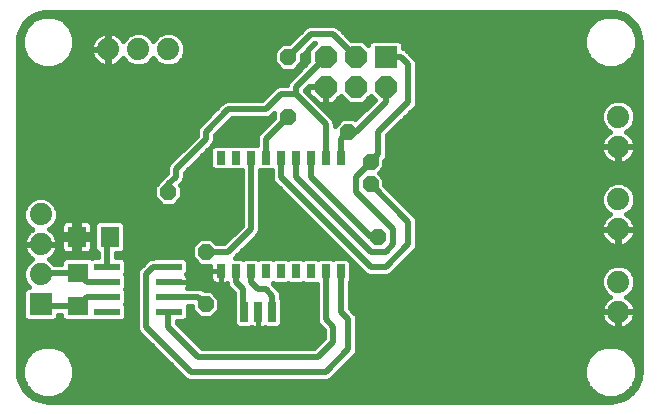
<source format=gbl>
G75*
%MOIN*%
%OFA0B0*%
%FSLAX24Y24*%
%IPPOS*%
%LPD*%
%AMOC8*
5,1,8,0,0,1.08239X$1,22.5*
%
%ADD10C,0.0740*%
%ADD11R,0.0740X0.0740*%
%ADD12OC8,0.0740*%
%ADD13R,0.0300X0.0450*%
%ADD14R,0.0866X0.0236*%
%ADD15R,0.0709X0.0630*%
%ADD16R,0.0630X0.0709*%
%ADD17R,0.0276X0.0669*%
%ADD18C,0.0200*%
%ADD19OC8,0.0520*%
%ADD20C,0.0160*%
D10*
X001503Y004850D03*
X001503Y005850D03*
X001503Y006850D03*
X003753Y012350D03*
X004753Y012350D03*
X005753Y012350D03*
X020753Y010100D03*
X020753Y009100D03*
X020753Y007350D03*
X020753Y006350D03*
X020753Y004600D03*
X020753Y003600D03*
D11*
X013003Y012100D03*
X001503Y003850D03*
D12*
X011003Y011100D03*
X012003Y011100D03*
X013003Y011100D03*
X012003Y012100D03*
X011003Y012100D03*
D13*
X011003Y008735D03*
X010503Y008735D03*
X010003Y008735D03*
X009503Y008735D03*
X009003Y008735D03*
X008503Y008735D03*
X008003Y008735D03*
X007503Y008735D03*
X011503Y008735D03*
X011503Y004965D03*
X011003Y004965D03*
X010503Y004965D03*
X010003Y004965D03*
X009503Y004965D03*
X009003Y004965D03*
X008503Y004965D03*
X008003Y004965D03*
X007503Y004965D03*
D14*
X005777Y005100D03*
X005777Y004600D03*
X005777Y004100D03*
X005777Y003600D03*
X003730Y003600D03*
X003730Y004100D03*
X003730Y004600D03*
X003730Y005100D03*
D15*
X002753Y004901D03*
X002753Y003799D03*
D16*
X002702Y006100D03*
X003804Y006100D03*
D17*
X008281Y003600D03*
X008753Y003600D03*
X009226Y003600D03*
D18*
X009226Y004128D01*
X009003Y004350D01*
X008753Y004350D01*
X008503Y004600D01*
X008503Y004965D01*
X008003Y004965D02*
X008003Y004600D01*
X008253Y004350D01*
X008253Y003628D01*
X008281Y003600D01*
X007003Y003850D02*
X006753Y004100D01*
X005777Y004100D01*
X005777Y003600D02*
X005753Y003576D01*
X005753Y003100D01*
X006753Y002100D01*
X010753Y002100D01*
X011253Y002600D01*
X011253Y003100D01*
X011003Y003350D01*
X011003Y004965D01*
X011503Y004965D02*
X011503Y003600D01*
X011753Y003350D01*
X011753Y002350D01*
X011003Y001600D01*
X006503Y001600D01*
X005003Y003100D01*
X005003Y004850D01*
X005253Y005100D01*
X005777Y005100D01*
X007003Y005600D02*
X007753Y005600D01*
X008503Y006350D01*
X008503Y008735D01*
X009003Y008735D02*
X009003Y009350D01*
X009753Y010100D01*
X009003Y010350D02*
X007753Y010350D01*
X007003Y009600D01*
X007003Y009350D01*
X006003Y008350D01*
X006003Y008100D01*
X005753Y007850D01*
X005753Y007600D01*
X003804Y006100D02*
X003730Y006025D01*
X003730Y005100D01*
X003730Y004600D02*
X003054Y004600D01*
X002753Y004901D01*
X001554Y004901D01*
X001503Y004850D01*
X001503Y003850D02*
X001554Y003799D01*
X002753Y003799D01*
X003054Y004100D01*
X003730Y004100D01*
X009503Y008100D02*
X009503Y008735D01*
X010003Y008735D02*
X010003Y008100D01*
X012503Y005600D01*
X013003Y005600D01*
X013253Y005850D01*
X013253Y006350D01*
X012003Y007600D01*
X012003Y008100D01*
X012503Y008600D01*
X012753Y008850D01*
X012753Y009600D01*
X013753Y010600D01*
X013753Y011850D01*
X013503Y012100D01*
X013003Y012100D01*
X012003Y012100D02*
X011253Y012850D01*
X010503Y012850D01*
X009753Y012100D01*
X010003Y011100D02*
X011003Y012100D01*
X010003Y011100D02*
X010003Y010850D01*
X009503Y010850D01*
X009003Y010350D01*
X010003Y010850D02*
X011003Y009850D01*
X011003Y008735D01*
X010503Y008735D02*
X010503Y008100D01*
X012503Y006100D01*
X012753Y006100D01*
X013753Y005850D02*
X013003Y005100D01*
X012503Y005100D01*
X009503Y008100D01*
X011503Y008735D02*
X011503Y009350D01*
X011753Y009600D01*
X012003Y009600D01*
X013003Y010600D01*
X013003Y011100D01*
X012503Y007850D02*
X013753Y006600D01*
X013753Y005850D01*
D19*
X012753Y006100D03*
X012503Y007850D03*
X012503Y008600D03*
X011753Y009600D03*
X009753Y010100D03*
X009753Y012100D03*
X005753Y007600D03*
X007003Y005600D03*
X007003Y003850D03*
D20*
X001098Y000844D02*
X000997Y000945D01*
X000912Y001059D01*
X000844Y001185D01*
X000794Y001318D01*
X000763Y001458D01*
X000753Y001600D01*
X000753Y012600D01*
X000763Y012742D01*
X000794Y012882D01*
X000844Y013015D01*
X000912Y013141D01*
X000997Y013255D01*
X001098Y013356D01*
X001213Y013441D01*
X001338Y013510D01*
X001471Y013559D01*
X001611Y013590D01*
X001753Y013600D01*
X020503Y013600D01*
X020646Y013590D01*
X020785Y013559D01*
X020919Y013510D01*
X021044Y013441D01*
X021158Y013356D01*
X021259Y013255D01*
X021344Y013141D01*
X021413Y013015D01*
X021463Y012882D01*
X021493Y012742D01*
X021503Y012600D01*
X021503Y001600D01*
X021493Y001458D01*
X021463Y001318D01*
X021413Y001185D01*
X021344Y001059D01*
X021259Y000945D01*
X021158Y000844D01*
X021044Y000759D01*
X020919Y000690D01*
X020785Y000641D01*
X020646Y000610D01*
X020503Y000600D01*
X001753Y000600D01*
X001611Y000610D01*
X001471Y000641D01*
X001338Y000690D01*
X001213Y000759D01*
X001098Y000844D01*
X001050Y000893D02*
X001225Y000893D01*
X001258Y000859D02*
X001579Y000726D01*
X001927Y000726D01*
X002248Y000859D01*
X002494Y001105D01*
X002627Y001426D01*
X002627Y001774D01*
X002494Y002095D01*
X002248Y002341D01*
X001927Y002474D01*
X001579Y002474D01*
X001258Y002341D01*
X001013Y002095D01*
X000880Y001774D01*
X000880Y001426D01*
X001013Y001105D01*
X001258Y000859D01*
X001258Y000734D02*
X001561Y000734D01*
X001946Y000734D02*
X020311Y000734D01*
X020329Y000726D02*
X020677Y000726D01*
X020998Y000859D01*
X021244Y001105D01*
X021377Y001426D01*
X021377Y001774D01*
X021244Y002095D01*
X020998Y002341D01*
X020677Y002474D01*
X020329Y002474D01*
X020008Y002341D01*
X019763Y002095D01*
X019630Y001774D01*
X019630Y001426D01*
X019763Y001105D01*
X020008Y000859D01*
X020329Y000726D01*
X020696Y000734D02*
X020999Y000734D01*
X021031Y000893D02*
X021206Y000893D01*
X021190Y001051D02*
X021338Y001051D01*
X021287Y001210D02*
X021422Y001210D01*
X021474Y001368D02*
X021353Y001368D01*
X021377Y001527D02*
X021498Y001527D01*
X021503Y001685D02*
X021377Y001685D01*
X021348Y001844D02*
X021503Y001844D01*
X021503Y002002D02*
X021282Y002002D01*
X021178Y002161D02*
X021503Y002161D01*
X021503Y002319D02*
X021020Y002319D01*
X021503Y002478D02*
X012053Y002478D01*
X012053Y002636D02*
X021503Y002636D01*
X021503Y002795D02*
X012053Y002795D01*
X012053Y002953D02*
X021503Y002953D01*
X021503Y003112D02*
X021050Y003112D01*
X021052Y003112D02*
X021125Y003165D01*
X021188Y003229D01*
X021241Y003301D01*
X021281Y003381D01*
X021309Y003467D01*
X021323Y003555D01*
X021323Y003580D01*
X020773Y003580D01*
X020773Y003030D01*
X020798Y003030D01*
X020887Y003044D01*
X020972Y003072D01*
X021052Y003112D01*
X020773Y003112D02*
X020733Y003112D01*
X020733Y003030D02*
X020733Y003580D01*
X020183Y003580D01*
X020183Y003555D01*
X020197Y003467D01*
X020225Y003381D01*
X020266Y003301D01*
X020318Y003229D01*
X020382Y003165D01*
X020454Y003112D01*
X020534Y003072D01*
X020620Y003044D01*
X020708Y003030D01*
X020733Y003030D01*
X020733Y003270D02*
X020773Y003270D01*
X020773Y003429D02*
X020733Y003429D01*
X020733Y003580D02*
X020773Y003580D01*
X020773Y003620D01*
X021323Y003620D01*
X021323Y003645D01*
X021309Y003733D01*
X021281Y003819D01*
X021241Y003899D01*
X021188Y003971D01*
X021125Y004035D01*
X021052Y004088D01*
X021031Y004098D01*
X021076Y004117D01*
X021236Y004277D01*
X021323Y004487D01*
X021323Y004713D01*
X021236Y004923D01*
X021076Y005083D01*
X020867Y005170D01*
X020640Y005170D01*
X020430Y005083D01*
X020270Y004923D01*
X020183Y004713D01*
X020183Y004487D01*
X020270Y004277D01*
X020430Y004117D01*
X020475Y004098D01*
X020454Y004088D01*
X020382Y004035D01*
X020318Y003971D01*
X020266Y003899D01*
X020225Y003819D01*
X020197Y003733D01*
X020183Y003645D01*
X020183Y003620D01*
X020733Y003620D01*
X020733Y003580D01*
X020733Y003587D02*
X011940Y003587D01*
X011923Y003604D02*
X011803Y003724D01*
X011803Y004607D01*
X011853Y004657D01*
X011853Y005273D01*
X011736Y005390D01*
X011270Y005390D01*
X011253Y005373D01*
X011236Y005390D01*
X010770Y005390D01*
X010753Y005373D01*
X010736Y005390D01*
X010270Y005390D01*
X010253Y005373D01*
X010236Y005390D01*
X009770Y005390D01*
X009753Y005373D01*
X009736Y005390D01*
X009270Y005390D01*
X009253Y005373D01*
X009236Y005390D01*
X008770Y005390D01*
X008753Y005373D01*
X008736Y005390D01*
X008270Y005390D01*
X008253Y005373D01*
X008236Y005390D01*
X007967Y005390D01*
X008673Y006096D01*
X008758Y006180D01*
X008803Y006290D01*
X008803Y008310D01*
X009203Y008310D01*
X009203Y008040D01*
X009249Y007930D01*
X009333Y007846D01*
X012333Y004846D01*
X012444Y004800D01*
X013063Y004800D01*
X013173Y004846D01*
X013258Y004930D01*
X014008Y005680D01*
X014053Y005790D01*
X014053Y006660D01*
X014008Y006770D01*
X013923Y006854D01*
X012963Y007814D01*
X012963Y008040D01*
X012779Y008225D01*
X012963Y008410D01*
X012963Y008636D01*
X013008Y008680D01*
X013053Y008790D01*
X013053Y009476D01*
X014008Y010430D01*
X014053Y010540D01*
X014053Y011910D01*
X014008Y012020D01*
X013923Y012104D01*
X013673Y012354D01*
X013573Y012396D01*
X013573Y012553D01*
X013456Y012670D01*
X012550Y012670D01*
X012433Y012553D01*
X012433Y012476D01*
X012239Y012670D01*
X011857Y012670D01*
X011508Y013020D01*
X011423Y013104D01*
X011313Y013150D01*
X010444Y013150D01*
X010333Y013104D01*
X009789Y012560D01*
X009563Y012560D01*
X009293Y012290D01*
X009293Y011910D01*
X009563Y011640D01*
X009944Y011640D01*
X010213Y011910D01*
X010213Y012136D01*
X010627Y012550D01*
X010647Y012550D01*
X010433Y012336D01*
X010433Y011954D01*
X009749Y011270D01*
X009703Y011160D01*
X009703Y011150D01*
X009444Y011150D01*
X009333Y011104D01*
X008879Y010650D01*
X007694Y010650D01*
X007583Y010604D01*
X007499Y010520D01*
X006749Y009770D01*
X006703Y009660D01*
X006703Y009474D01*
X005749Y008520D01*
X005703Y008410D01*
X005703Y008224D01*
X005583Y008104D01*
X005499Y008020D01*
X005482Y007979D01*
X005293Y007790D01*
X005293Y007410D01*
X005563Y007140D01*
X005944Y007140D01*
X006213Y007410D01*
X006213Y007790D01*
X006165Y007838D01*
X006173Y007846D01*
X006258Y007930D01*
X006303Y008040D01*
X006303Y008226D01*
X007173Y009096D01*
X007258Y009180D01*
X007303Y009290D01*
X007303Y009476D01*
X007877Y010050D01*
X009063Y010050D01*
X009173Y010096D01*
X009258Y010180D01*
X009293Y010216D01*
X009293Y010064D01*
X008749Y009520D01*
X008703Y009410D01*
X008703Y009160D01*
X008270Y009160D01*
X008253Y009143D01*
X008236Y009160D01*
X007770Y009160D01*
X007753Y009143D01*
X007736Y009160D01*
X007270Y009160D01*
X007153Y009043D01*
X007153Y008427D01*
X007270Y008310D01*
X007736Y008310D01*
X007753Y008327D01*
X007770Y008310D01*
X008203Y008310D01*
X008203Y006474D01*
X007629Y005900D01*
X007354Y005900D01*
X007194Y006060D01*
X006813Y006060D01*
X006543Y005790D01*
X006543Y005410D01*
X006813Y005140D01*
X007153Y005140D01*
X007153Y004965D01*
X007503Y004965D01*
X007153Y004965D01*
X007153Y004714D01*
X007167Y004663D01*
X007193Y004617D01*
X007230Y004580D01*
X007276Y004554D01*
X007327Y004540D01*
X007503Y004540D01*
X007503Y004965D01*
X007503Y004965D01*
X007503Y004965D01*
X007503Y004540D01*
X007680Y004540D01*
X007703Y004546D01*
X007703Y004540D01*
X007749Y004430D01*
X007953Y004226D01*
X007953Y004028D01*
X007943Y004017D01*
X007943Y003183D01*
X008060Y003065D01*
X008501Y003065D01*
X008524Y003087D01*
X008538Y003079D01*
X008589Y003065D01*
X008753Y003065D01*
X008753Y003600D01*
X008753Y003600D01*
X008753Y003065D01*
X008917Y003065D01*
X008968Y003079D01*
X008983Y003087D01*
X009005Y003065D01*
X009446Y003065D01*
X009563Y003183D01*
X009563Y004017D01*
X009526Y004055D01*
X009526Y004187D01*
X009480Y004297D01*
X009258Y004520D01*
X009237Y004541D01*
X009253Y004557D01*
X009270Y004540D01*
X009736Y004540D01*
X009753Y004557D01*
X009770Y004540D01*
X010236Y004540D01*
X010253Y004557D01*
X010270Y004540D01*
X010703Y004540D01*
X010703Y003290D01*
X010749Y003180D01*
X010953Y002976D01*
X010953Y002724D01*
X010629Y002400D01*
X006877Y002400D01*
X006053Y003224D01*
X006053Y003282D01*
X006293Y003282D01*
X006410Y003399D01*
X006410Y003800D01*
X006543Y003800D01*
X006543Y003660D01*
X006813Y003390D01*
X007194Y003390D01*
X007463Y003660D01*
X007463Y004040D01*
X007194Y004310D01*
X006968Y004310D01*
X006923Y004354D01*
X006813Y004400D01*
X006394Y004400D01*
X006396Y004405D01*
X006410Y004456D01*
X006410Y004600D01*
X006410Y004744D01*
X006396Y004795D01*
X006370Y004841D01*
X006361Y004850D01*
X006410Y004899D01*
X006410Y005301D01*
X006293Y005418D01*
X005261Y005418D01*
X005243Y005400D01*
X005194Y005400D01*
X005083Y005354D01*
X004999Y005270D01*
X004749Y005020D01*
X004703Y004910D01*
X004703Y003040D01*
X004749Y002930D01*
X004833Y002846D01*
X006333Y001346D01*
X006444Y001300D01*
X011063Y001300D01*
X011173Y001346D01*
X011258Y001430D01*
X012008Y002180D01*
X012053Y002290D01*
X012053Y003410D01*
X012008Y003520D01*
X011923Y003604D01*
X011803Y003746D02*
X020201Y003746D01*
X020270Y003904D02*
X011803Y003904D01*
X011803Y004063D02*
X020420Y004063D01*
X020326Y004221D02*
X011803Y004221D01*
X011803Y004380D02*
X020228Y004380D01*
X020183Y004538D02*
X011803Y004538D01*
X011853Y004697D02*
X020183Y004697D01*
X020242Y004855D02*
X013182Y004855D01*
X013341Y005014D02*
X020361Y005014D01*
X021146Y005014D02*
X021503Y005014D01*
X021503Y005172D02*
X013499Y005172D01*
X013658Y005331D02*
X021503Y005331D01*
X021503Y005489D02*
X013816Y005489D01*
X013975Y005648D02*
X021503Y005648D01*
X021503Y005806D02*
X020924Y005806D01*
X020887Y005794D02*
X020972Y005822D01*
X021052Y005862D01*
X021125Y005915D01*
X021188Y005979D01*
X021241Y006051D01*
X021281Y006131D01*
X021309Y006217D01*
X021323Y006305D01*
X021323Y006330D01*
X020773Y006330D01*
X020773Y005780D01*
X020798Y005780D01*
X020887Y005794D01*
X020773Y005806D02*
X020733Y005806D01*
X020733Y005780D02*
X020733Y006330D01*
X020183Y006330D01*
X020183Y006305D01*
X020197Y006217D01*
X020225Y006131D01*
X020266Y006051D01*
X020318Y005979D01*
X020382Y005915D01*
X020454Y005862D01*
X020534Y005822D01*
X020620Y005794D01*
X020708Y005780D01*
X020733Y005780D01*
X020583Y005806D02*
X014053Y005806D01*
X014053Y005965D02*
X020333Y005965D01*
X020229Y006123D02*
X014053Y006123D01*
X014053Y006282D02*
X020187Y006282D01*
X020183Y006370D02*
X020733Y006370D01*
X020733Y006330D01*
X020773Y006330D01*
X020773Y006370D01*
X021323Y006370D01*
X021323Y006395D01*
X021309Y006483D01*
X021281Y006569D01*
X021241Y006649D01*
X021188Y006721D01*
X021125Y006785D01*
X021052Y006838D01*
X021031Y006848D01*
X021076Y006867D01*
X021236Y007027D01*
X021323Y007237D01*
X021323Y007463D01*
X021236Y007673D01*
X021076Y007833D01*
X020867Y007920D01*
X020640Y007920D01*
X020430Y007833D01*
X020270Y007673D01*
X020183Y007463D01*
X020183Y007237D01*
X020270Y007027D01*
X020430Y006867D01*
X020475Y006848D01*
X020454Y006838D01*
X020382Y006785D01*
X020318Y006721D01*
X020266Y006649D01*
X020225Y006569D01*
X020197Y006483D01*
X020183Y006395D01*
X020183Y006370D01*
X020190Y006440D02*
X014053Y006440D01*
X014053Y006599D02*
X020240Y006599D01*
X020354Y006757D02*
X014013Y006757D01*
X013862Y006916D02*
X020382Y006916D01*
X020251Y007074D02*
X013703Y007074D01*
X013545Y007233D02*
X020185Y007233D01*
X020183Y007391D02*
X013386Y007391D01*
X013228Y007550D02*
X020219Y007550D01*
X020305Y007708D02*
X013069Y007708D01*
X012963Y007867D02*
X020511Y007867D01*
X020996Y007867D02*
X021503Y007867D01*
X021503Y008025D02*
X012963Y008025D01*
X012820Y008184D02*
X021503Y008184D01*
X021503Y008342D02*
X012896Y008342D01*
X012963Y008501D02*
X021503Y008501D01*
X021503Y008659D02*
X021116Y008659D01*
X021125Y008665D02*
X021052Y008612D01*
X020972Y008572D01*
X020887Y008544D01*
X020798Y008530D01*
X020773Y008530D01*
X020773Y009080D01*
X020733Y009080D01*
X020183Y009080D01*
X020183Y009055D01*
X020197Y008967D01*
X020225Y008881D01*
X020266Y008801D01*
X020318Y008729D01*
X020382Y008665D01*
X020454Y008612D01*
X020534Y008572D01*
X020620Y008544D01*
X020708Y008530D01*
X020733Y008530D01*
X020733Y009080D01*
X020733Y009120D01*
X020183Y009120D01*
X020183Y009145D01*
X020197Y009233D01*
X020225Y009319D01*
X020266Y009399D01*
X020318Y009471D01*
X020382Y009535D01*
X020454Y009588D01*
X020475Y009598D01*
X020430Y009617D01*
X020270Y009777D01*
X020183Y009987D01*
X020183Y010213D01*
X020270Y010423D01*
X020430Y010583D01*
X020640Y010670D01*
X020867Y010670D01*
X021076Y010583D01*
X021236Y010423D01*
X021323Y010213D01*
X021323Y009987D01*
X021236Y009777D01*
X021076Y009617D01*
X021031Y009598D01*
X021052Y009588D01*
X021125Y009535D01*
X021188Y009471D01*
X021241Y009399D01*
X021281Y009319D01*
X021309Y009233D01*
X021323Y009145D01*
X021323Y009120D01*
X020773Y009120D01*
X020773Y009080D01*
X021323Y009080D01*
X021323Y009055D01*
X021309Y008967D01*
X021281Y008881D01*
X021241Y008801D01*
X021188Y008729D01*
X021125Y008665D01*
X021249Y008818D02*
X021503Y008818D01*
X021503Y008976D02*
X021311Y008976D01*
X021323Y009135D02*
X021503Y009135D01*
X021503Y009293D02*
X021290Y009293D01*
X021202Y009452D02*
X021503Y009452D01*
X021503Y009610D02*
X021060Y009610D01*
X021228Y009769D02*
X021503Y009769D01*
X021503Y009927D02*
X021299Y009927D01*
X021323Y010086D02*
X021503Y010086D01*
X021503Y010244D02*
X021311Y010244D01*
X021245Y010403D02*
X021503Y010403D01*
X021503Y010561D02*
X021098Y010561D01*
X021503Y010720D02*
X014053Y010720D01*
X014053Y010878D02*
X021503Y010878D01*
X021503Y011037D02*
X014053Y011037D01*
X014053Y011195D02*
X021503Y011195D01*
X021503Y011354D02*
X014053Y011354D01*
X014053Y011512D02*
X021503Y011512D01*
X021503Y011671D02*
X014053Y011671D01*
X014053Y011829D02*
X020081Y011829D01*
X020008Y011859D02*
X020329Y011726D01*
X020677Y011726D01*
X020998Y011859D01*
X021244Y012105D01*
X021377Y012426D01*
X021377Y012774D01*
X021244Y013095D01*
X020998Y013341D01*
X020677Y013474D01*
X020329Y013474D01*
X020008Y013341D01*
X019763Y013095D01*
X019630Y012774D01*
X019630Y012426D01*
X019763Y012105D01*
X020008Y011859D01*
X019880Y011988D02*
X014021Y011988D01*
X013881Y012146D02*
X019746Y012146D01*
X019680Y012305D02*
X013723Y012305D01*
X013573Y012463D02*
X019630Y012463D01*
X019630Y012622D02*
X013505Y012622D01*
X012502Y012622D02*
X012288Y012622D01*
X011747Y012780D02*
X019632Y012780D01*
X019698Y012939D02*
X011589Y012939D01*
X011430Y013097D02*
X019765Y013097D01*
X019923Y013256D02*
X002333Y013256D01*
X002248Y013341D02*
X001927Y013474D01*
X001579Y013474D01*
X001258Y013341D01*
X001013Y013095D01*
X000880Y012774D01*
X000880Y012426D01*
X001013Y012105D01*
X001258Y011859D01*
X001579Y011726D01*
X001927Y011726D01*
X002248Y011859D01*
X002494Y012105D01*
X002627Y012426D01*
X002627Y012774D01*
X002494Y013095D01*
X002248Y013341D01*
X002071Y013414D02*
X020185Y013414D01*
X020725Y013573D02*
X001531Y013573D01*
X001435Y013414D02*
X001176Y013414D01*
X001173Y013256D02*
X000998Y013256D01*
X001015Y013097D02*
X000888Y013097D01*
X000948Y012939D02*
X000815Y012939D01*
X000772Y012780D02*
X000882Y012780D01*
X000880Y012622D02*
X000755Y012622D01*
X000753Y012463D02*
X000880Y012463D01*
X000930Y012305D02*
X000753Y012305D01*
X000753Y012146D02*
X000996Y012146D01*
X001130Y011988D02*
X000753Y011988D01*
X000753Y011829D02*
X001331Y011829D01*
X000753Y011671D02*
X009532Y011671D01*
X009374Y011829D02*
X005985Y011829D01*
X006076Y011867D02*
X005867Y011780D01*
X005640Y011780D01*
X005430Y011867D01*
X005270Y012027D01*
X005253Y012068D01*
X005236Y012027D01*
X005076Y011867D01*
X004867Y011780D01*
X004640Y011780D01*
X004430Y011867D01*
X004270Y012027D01*
X004251Y012072D01*
X004241Y012051D01*
X004188Y011979D01*
X004125Y011915D01*
X004052Y011862D01*
X003972Y011822D01*
X003887Y011794D01*
X003798Y011780D01*
X003773Y011780D01*
X003773Y012330D01*
X003733Y012330D01*
X003183Y012330D01*
X003183Y012305D01*
X003197Y012217D01*
X003225Y012131D01*
X003266Y012051D01*
X003318Y011979D01*
X003382Y011915D01*
X003454Y011862D01*
X003534Y011822D01*
X003620Y011794D01*
X003708Y011780D01*
X003733Y011780D01*
X003733Y012330D01*
X003733Y012370D01*
X003183Y012370D01*
X003183Y012395D01*
X003197Y012483D01*
X003225Y012569D01*
X003266Y012649D01*
X003318Y012721D01*
X003382Y012785D01*
X003454Y012838D01*
X003534Y012878D01*
X003620Y012906D01*
X003708Y012920D01*
X003733Y012920D01*
X003733Y012370D01*
X003773Y012370D01*
X003773Y012920D01*
X003798Y012920D01*
X003887Y012906D01*
X003972Y012878D01*
X004052Y012838D01*
X004125Y012785D01*
X004188Y012721D01*
X004241Y012649D01*
X004251Y012628D01*
X004270Y012673D01*
X004430Y012833D01*
X004640Y012920D01*
X004867Y012920D01*
X005076Y012833D01*
X005236Y012673D01*
X005253Y012632D01*
X005270Y012673D01*
X005430Y012833D01*
X005640Y012920D01*
X005867Y012920D01*
X006076Y012833D01*
X006236Y012673D01*
X006323Y012463D01*
X009466Y012463D01*
X009307Y012305D02*
X006323Y012305D01*
X006323Y012237D02*
X006323Y012463D01*
X006258Y012622D02*
X009850Y012622D01*
X010009Y012780D02*
X006129Y012780D01*
X005377Y012780D02*
X005129Y012780D01*
X004377Y012780D02*
X004129Y012780D01*
X003773Y012780D02*
X003733Y012780D01*
X003377Y012780D02*
X002624Y012780D01*
X002559Y012939D02*
X010167Y012939D01*
X010326Y013097D02*
X002492Y013097D01*
X002627Y012622D02*
X003252Y012622D01*
X003194Y012463D02*
X002627Y012463D01*
X002577Y012305D02*
X003183Y012305D01*
X003220Y012146D02*
X002511Y012146D01*
X002376Y011988D02*
X003312Y011988D01*
X003520Y011829D02*
X002175Y011829D01*
X000753Y011512D02*
X009991Y011512D01*
X009974Y011671D02*
X010149Y011671D01*
X010133Y011829D02*
X010308Y011829D01*
X010213Y011988D02*
X010433Y011988D01*
X010433Y012146D02*
X010223Y012146D01*
X010382Y012305D02*
X010433Y012305D01*
X010540Y012463D02*
X010560Y012463D01*
X009293Y012146D02*
X006286Y012146D01*
X006323Y012237D02*
X006236Y012027D01*
X006076Y011867D01*
X006197Y011988D02*
X009293Y011988D01*
X009832Y011354D02*
X000753Y011354D01*
X000753Y011195D02*
X009718Y011195D01*
X009265Y011037D02*
X000753Y011037D01*
X000753Y010878D02*
X009107Y010878D01*
X008948Y010720D02*
X000753Y010720D01*
X000753Y010561D02*
X007540Y010561D01*
X007381Y010403D02*
X000753Y010403D01*
X000753Y010244D02*
X007223Y010244D01*
X007064Y010086D02*
X000753Y010086D01*
X000753Y009927D02*
X006906Y009927D01*
X006748Y009769D02*
X000753Y009769D01*
X000753Y009610D02*
X006703Y009610D01*
X006680Y009452D02*
X000753Y009452D01*
X000753Y009293D02*
X006522Y009293D01*
X006363Y009135D02*
X000753Y009135D01*
X000753Y008976D02*
X006205Y008976D01*
X006046Y008818D02*
X000753Y008818D01*
X000753Y008659D02*
X005888Y008659D01*
X005741Y008501D02*
X000753Y008501D01*
X000753Y008342D02*
X005703Y008342D01*
X005662Y008184D02*
X000753Y008184D01*
X000753Y008025D02*
X005504Y008025D01*
X005583Y008104D02*
X005583Y008104D01*
X005369Y007867D02*
X000753Y007867D01*
X000753Y007708D02*
X005293Y007708D01*
X005293Y007550D02*
X000753Y007550D01*
X000753Y007391D02*
X001320Y007391D01*
X001390Y007420D02*
X001180Y007333D01*
X001020Y007173D01*
X000933Y006963D01*
X000933Y006737D01*
X001020Y006527D01*
X001180Y006367D01*
X001225Y006348D01*
X001204Y006338D01*
X001132Y006285D01*
X001068Y006221D01*
X001016Y006149D01*
X000975Y006069D01*
X000947Y005983D01*
X000933Y005895D01*
X000933Y005870D01*
X001483Y005870D01*
X001483Y005830D01*
X000933Y005830D01*
X000933Y005805D01*
X000947Y005717D01*
X000975Y005631D01*
X001016Y005551D01*
X001068Y005479D01*
X001132Y005415D01*
X001204Y005362D01*
X001225Y005352D01*
X001180Y005333D01*
X001020Y005173D01*
X000933Y004963D01*
X000933Y004737D01*
X001020Y004527D01*
X001127Y004420D01*
X001050Y004420D01*
X000933Y004303D01*
X000933Y003397D01*
X001050Y003280D01*
X001956Y003280D01*
X002073Y003397D01*
X002073Y003499D01*
X002199Y003499D01*
X002199Y003401D01*
X002316Y003284D01*
X003190Y003284D01*
X003201Y003295D01*
X003214Y003282D01*
X004245Y003282D01*
X004363Y003399D01*
X004363Y003801D01*
X004314Y003850D01*
X004363Y003899D01*
X004363Y004301D01*
X004314Y004350D01*
X004363Y004399D01*
X004363Y004801D01*
X004314Y004850D01*
X004363Y004899D01*
X004363Y005301D01*
X004245Y005418D01*
X004030Y005418D01*
X004030Y005546D01*
X004202Y005546D01*
X004319Y005663D01*
X004319Y006537D01*
X004202Y006654D01*
X003407Y006654D01*
X003289Y006537D01*
X003289Y005663D01*
X003407Y005546D01*
X003430Y005546D01*
X003430Y005418D01*
X003214Y005418D01*
X003201Y005405D01*
X003190Y005416D01*
X002316Y005416D01*
X002199Y005299D01*
X002199Y005201D01*
X001958Y005201D01*
X001826Y005333D01*
X001781Y005352D01*
X001802Y005362D01*
X001875Y005415D01*
X001938Y005479D01*
X001991Y005551D01*
X002031Y005631D01*
X002059Y005717D01*
X002073Y005805D01*
X002073Y005830D01*
X001523Y005830D01*
X001523Y005870D01*
X002073Y005870D01*
X002073Y005895D01*
X002059Y005983D01*
X002031Y006069D01*
X001991Y006149D01*
X001938Y006221D01*
X001875Y006285D01*
X001802Y006338D01*
X001781Y006348D01*
X001826Y006367D01*
X001986Y006527D01*
X002073Y006737D01*
X002073Y006963D01*
X001986Y007173D01*
X001826Y007333D01*
X001617Y007420D01*
X001390Y007420D01*
X001687Y007391D02*
X005312Y007391D01*
X005470Y007233D02*
X001927Y007233D01*
X002027Y007074D02*
X008203Y007074D01*
X008203Y006916D02*
X002073Y006916D01*
X002073Y006757D02*
X008203Y006757D01*
X008203Y006599D02*
X004258Y006599D01*
X004319Y006440D02*
X008169Y006440D01*
X008010Y006282D02*
X004319Y006282D01*
X004319Y006123D02*
X007852Y006123D01*
X007693Y005965D02*
X007289Y005965D01*
X006717Y005965D02*
X004319Y005965D01*
X004319Y005806D02*
X006559Y005806D01*
X006543Y005648D02*
X004304Y005648D01*
X004030Y005489D02*
X006543Y005489D01*
X006622Y005331D02*
X006380Y005331D01*
X006410Y005172D02*
X006781Y005172D01*
X006410Y005014D02*
X007153Y005014D01*
X007153Y004855D02*
X006366Y004855D01*
X006410Y004697D02*
X007158Y004697D01*
X007503Y004697D02*
X007503Y004697D01*
X007503Y004855D02*
X007503Y004855D01*
X007704Y004538D02*
X006410Y004538D01*
X006410Y004600D02*
X005777Y004600D01*
X006410Y004600D01*
X006862Y004380D02*
X007799Y004380D01*
X007953Y004221D02*
X007283Y004221D01*
X007441Y004063D02*
X007953Y004063D01*
X007943Y003904D02*
X007463Y003904D01*
X007463Y003746D02*
X007943Y003746D01*
X007943Y003587D02*
X007391Y003587D01*
X007232Y003429D02*
X007943Y003429D01*
X007943Y003270D02*
X006053Y003270D01*
X006410Y003429D02*
X006774Y003429D01*
X006616Y003587D02*
X006410Y003587D01*
X006410Y003746D02*
X006543Y003746D01*
X006166Y003112D02*
X008014Y003112D01*
X008753Y003112D02*
X008753Y003112D01*
X008753Y003270D02*
X008753Y003270D01*
X008753Y003429D02*
X008753Y003429D01*
X008753Y003587D02*
X008753Y003587D01*
X009526Y004063D02*
X010703Y004063D01*
X010703Y004221D02*
X009512Y004221D01*
X009398Y004380D02*
X010703Y004380D01*
X010703Y004538D02*
X009239Y004538D01*
X009563Y003904D02*
X010703Y003904D01*
X010703Y003746D02*
X009563Y003746D01*
X009563Y003587D02*
X010703Y003587D01*
X010703Y003429D02*
X009563Y003429D01*
X009563Y003270D02*
X010712Y003270D01*
X010817Y003112D02*
X009492Y003112D01*
X010706Y002478D02*
X006800Y002478D01*
X006641Y002636D02*
X010865Y002636D01*
X010953Y002795D02*
X006483Y002795D01*
X006324Y002953D02*
X010953Y002953D01*
X012053Y003112D02*
X020456Y003112D01*
X020288Y003270D02*
X012053Y003270D01*
X012045Y003429D02*
X020210Y003429D01*
X020773Y003587D02*
X021503Y003587D01*
X021503Y003429D02*
X021297Y003429D01*
X021218Y003270D02*
X021503Y003270D01*
X021503Y003746D02*
X021305Y003746D01*
X021237Y003904D02*
X021503Y003904D01*
X021503Y004063D02*
X021086Y004063D01*
X021180Y004221D02*
X021503Y004221D01*
X021503Y004380D02*
X021279Y004380D01*
X021323Y004538D02*
X021503Y004538D01*
X021503Y004697D02*
X021323Y004697D01*
X021265Y004855D02*
X021503Y004855D01*
X021503Y005965D02*
X021174Y005965D01*
X021277Y006123D02*
X021503Y006123D01*
X021503Y006282D02*
X021319Y006282D01*
X021316Y006440D02*
X021503Y006440D01*
X021503Y006599D02*
X021266Y006599D01*
X021152Y006757D02*
X021503Y006757D01*
X021503Y006916D02*
X021125Y006916D01*
X021256Y007074D02*
X021503Y007074D01*
X021503Y007233D02*
X021322Y007233D01*
X021323Y007391D02*
X021503Y007391D01*
X021503Y007550D02*
X021288Y007550D01*
X021201Y007708D02*
X021503Y007708D01*
X020773Y008659D02*
X020733Y008659D01*
X020733Y008818D02*
X020773Y008818D01*
X020773Y008976D02*
X020733Y008976D01*
X020257Y008818D02*
X013053Y008818D01*
X013053Y008976D02*
X020196Y008976D01*
X020183Y009135D02*
X013053Y009135D01*
X013053Y009293D02*
X020217Y009293D01*
X020304Y009452D02*
X013053Y009452D01*
X013187Y009610D02*
X020447Y009610D01*
X020279Y009769D02*
X013346Y009769D01*
X013504Y009927D02*
X020208Y009927D01*
X020183Y010086D02*
X013663Y010086D01*
X013821Y010244D02*
X020196Y010244D01*
X020262Y010403D02*
X013980Y010403D01*
X014053Y010561D02*
X020408Y010561D01*
X020925Y011829D02*
X021503Y011829D01*
X021503Y011988D02*
X021126Y011988D01*
X021261Y012146D02*
X021503Y012146D01*
X021503Y012305D02*
X021327Y012305D01*
X021377Y012463D02*
X021503Y012463D01*
X021502Y012622D02*
X021377Y012622D01*
X021374Y012780D02*
X021485Y012780D01*
X021442Y012939D02*
X021309Y012939D01*
X021368Y013097D02*
X021242Y013097D01*
X021258Y013256D02*
X021083Y013256D01*
X021080Y013414D02*
X020821Y013414D01*
X020390Y008659D02*
X012986Y008659D01*
X011563Y010060D02*
X011303Y009800D01*
X011303Y009910D01*
X011258Y010020D01*
X010303Y010974D01*
X010303Y010976D01*
X010447Y011120D01*
X010983Y011120D01*
X010983Y011080D01*
X010433Y011080D01*
X010433Y010864D01*
X010767Y010530D01*
X010983Y010530D01*
X010983Y011080D01*
X011023Y011080D01*
X011023Y010530D01*
X011239Y010530D01*
X011503Y010794D01*
X011767Y010530D01*
X012239Y010530D01*
X012503Y010794D01*
X012638Y010659D01*
X011991Y010012D01*
X011944Y010060D01*
X011563Y010060D01*
X011430Y009927D02*
X011296Y009927D01*
X011192Y010086D02*
X012064Y010086D01*
X012223Y010244D02*
X011033Y010244D01*
X010875Y010403D02*
X012381Y010403D01*
X012270Y010561D02*
X012540Y010561D01*
X012578Y010720D02*
X012429Y010720D01*
X011736Y010561D02*
X011270Y010561D01*
X011429Y010720D02*
X011578Y010720D01*
X011023Y010720D02*
X010983Y010720D01*
X010983Y010878D02*
X011023Y010878D01*
X011023Y011037D02*
X010983Y011037D01*
X010578Y010720D02*
X010558Y010720D01*
X010433Y010878D02*
X010399Y010878D01*
X010364Y011037D02*
X010433Y011037D01*
X010716Y010561D02*
X010736Y010561D01*
X010983Y010561D02*
X011023Y010561D01*
X009293Y010086D02*
X009149Y010086D01*
X009156Y009927D02*
X007754Y009927D01*
X007596Y009769D02*
X008997Y009769D01*
X008839Y009610D02*
X007437Y009610D01*
X007303Y009452D02*
X008721Y009452D01*
X008703Y009293D02*
X007303Y009293D01*
X007245Y009135D02*
X007212Y009135D01*
X007173Y009096D02*
X007173Y009096D01*
X007153Y008976D02*
X007053Y008976D01*
X007153Y008818D02*
X006895Y008818D01*
X006736Y008659D02*
X007153Y008659D01*
X007153Y008501D02*
X006578Y008501D01*
X006419Y008342D02*
X007238Y008342D01*
X006303Y008184D02*
X008203Y008184D01*
X008203Y008025D02*
X006297Y008025D01*
X006194Y007867D02*
X008203Y007867D01*
X008203Y007708D02*
X006213Y007708D01*
X006173Y007846D02*
X006173Y007846D01*
X006213Y007550D02*
X008203Y007550D01*
X008203Y007391D02*
X006195Y007391D01*
X006036Y007233D02*
X008203Y007233D01*
X008803Y007233D02*
X009946Y007233D01*
X010105Y007074D02*
X008803Y007074D01*
X008803Y006916D02*
X010263Y006916D01*
X010422Y006757D02*
X008803Y006757D01*
X008803Y006599D02*
X010580Y006599D01*
X010739Y006440D02*
X008803Y006440D01*
X008800Y006282D02*
X010897Y006282D01*
X011056Y006123D02*
X008700Y006123D01*
X008673Y006096D02*
X008673Y006096D01*
X008542Y005965D02*
X011214Y005965D01*
X011373Y005806D02*
X008383Y005806D01*
X008225Y005648D02*
X011531Y005648D01*
X011690Y005489D02*
X008066Y005489D01*
X005777Y004600D02*
X005777Y004600D01*
X004901Y005172D02*
X004363Y005172D01*
X004363Y005014D02*
X004746Y005014D01*
X004703Y004855D02*
X004319Y004855D01*
X004363Y004697D02*
X004703Y004697D01*
X004703Y004538D02*
X004363Y004538D01*
X004343Y004380D02*
X004703Y004380D01*
X004703Y004221D02*
X004363Y004221D01*
X004363Y004063D02*
X004703Y004063D01*
X004703Y003904D02*
X004363Y003904D01*
X004363Y003746D02*
X004703Y003746D01*
X004703Y003587D02*
X004363Y003587D01*
X004363Y003429D02*
X004703Y003429D01*
X004703Y003270D02*
X000753Y003270D01*
X000753Y003429D02*
X000933Y003429D01*
X000933Y003587D02*
X000753Y003587D01*
X000753Y003746D02*
X000933Y003746D01*
X000933Y003904D02*
X000753Y003904D01*
X000753Y004063D02*
X000933Y004063D01*
X000933Y004221D02*
X000753Y004221D01*
X000753Y004380D02*
X001010Y004380D01*
X001015Y004538D02*
X000753Y004538D01*
X000753Y004697D02*
X000950Y004697D01*
X000933Y004855D02*
X000753Y004855D01*
X000753Y005014D02*
X000954Y005014D01*
X001020Y005172D02*
X000753Y005172D01*
X000753Y005331D02*
X001178Y005331D01*
X001061Y005489D02*
X000753Y005489D01*
X000753Y005648D02*
X000970Y005648D01*
X000933Y005806D02*
X000753Y005806D01*
X000753Y005965D02*
X000944Y005965D01*
X001003Y006123D02*
X000753Y006123D01*
X000753Y006282D02*
X001129Y006282D01*
X001107Y006440D02*
X000753Y006440D01*
X000753Y006599D02*
X000990Y006599D01*
X000933Y006757D02*
X000753Y006757D01*
X000753Y006916D02*
X000933Y006916D01*
X000979Y007074D02*
X000753Y007074D01*
X000753Y007233D02*
X001080Y007233D01*
X002016Y006599D02*
X002248Y006599D01*
X002264Y006614D02*
X002227Y006577D01*
X002201Y006532D01*
X002187Y006481D01*
X002187Y006177D01*
X002625Y006177D01*
X002625Y006023D01*
X002780Y006023D01*
X002780Y006177D01*
X003217Y006177D01*
X003217Y006481D01*
X003203Y006532D01*
X003177Y006577D01*
X003140Y006614D01*
X003094Y006641D01*
X003043Y006654D01*
X002780Y006654D01*
X002780Y006177D01*
X002625Y006177D01*
X002625Y006654D01*
X002361Y006654D01*
X002310Y006641D01*
X002264Y006614D01*
X002187Y006440D02*
X001899Y006440D01*
X001878Y006282D02*
X002187Y006282D01*
X002004Y006123D02*
X002625Y006123D01*
X002625Y006023D02*
X002187Y006023D01*
X002187Y005719D01*
X002201Y005668D01*
X002227Y005623D01*
X002264Y005586D01*
X002310Y005559D01*
X002361Y005546D01*
X002625Y005546D01*
X002625Y006023D01*
X002625Y005965D02*
X002780Y005965D01*
X002780Y006023D02*
X002780Y005546D01*
X003043Y005546D01*
X003094Y005559D01*
X003140Y005586D01*
X003177Y005623D01*
X003203Y005668D01*
X003217Y005719D01*
X003217Y006023D01*
X002780Y006023D01*
X002780Y006123D02*
X003289Y006123D01*
X003289Y005965D02*
X003217Y005965D01*
X003217Y005806D02*
X003289Y005806D01*
X003305Y005648D02*
X003191Y005648D01*
X003430Y005489D02*
X001945Y005489D01*
X002037Y005648D02*
X002213Y005648D01*
X002187Y005806D02*
X002073Y005806D01*
X002062Y005965D02*
X002187Y005965D01*
X002625Y005806D02*
X002780Y005806D01*
X002780Y005648D02*
X002625Y005648D01*
X002230Y005331D02*
X001829Y005331D01*
X002625Y006282D02*
X002780Y006282D01*
X002780Y006440D02*
X002625Y006440D01*
X002625Y006599D02*
X002780Y006599D01*
X003156Y006599D02*
X003351Y006599D01*
X003289Y006440D02*
X003217Y006440D01*
X003217Y006282D02*
X003289Y006282D01*
X004333Y005331D02*
X005059Y005331D01*
X002199Y003429D02*
X002073Y003429D01*
X000753Y003112D02*
X004703Y003112D01*
X004739Y002953D02*
X000753Y002953D01*
X000753Y002795D02*
X004884Y002795D01*
X005043Y002636D02*
X000753Y002636D01*
X000753Y002478D02*
X005201Y002478D01*
X005360Y002319D02*
X002270Y002319D01*
X002428Y002161D02*
X005518Y002161D01*
X005677Y002002D02*
X002532Y002002D01*
X002598Y001844D02*
X005835Y001844D01*
X005994Y001685D02*
X002627Y001685D01*
X002627Y001527D02*
X006152Y001527D01*
X006311Y001368D02*
X002603Y001368D01*
X002537Y001210D02*
X019719Y001210D01*
X019654Y001368D02*
X011195Y001368D01*
X011354Y001527D02*
X019630Y001527D01*
X019630Y001685D02*
X011512Y001685D01*
X011671Y001844D02*
X019658Y001844D01*
X019724Y002002D02*
X011829Y002002D01*
X011988Y002161D02*
X019828Y002161D01*
X019987Y002319D02*
X012053Y002319D01*
X011853Y004855D02*
X012324Y004855D01*
X012165Y005014D02*
X011853Y005014D01*
X011853Y005172D02*
X012007Y005172D01*
X011848Y005331D02*
X011796Y005331D01*
X009788Y007391D02*
X008803Y007391D01*
X008803Y007550D02*
X009629Y007550D01*
X009471Y007708D02*
X008803Y007708D01*
X008803Y007867D02*
X009312Y007867D01*
X009210Y008025D02*
X008803Y008025D01*
X008803Y008184D02*
X009203Y008184D01*
X005521Y011829D02*
X004985Y011829D01*
X005197Y011988D02*
X005310Y011988D01*
X004521Y011829D02*
X003986Y011829D01*
X003773Y011829D02*
X003733Y011829D01*
X003733Y011988D02*
X003773Y011988D01*
X003773Y012146D02*
X003733Y012146D01*
X003733Y012305D02*
X003773Y012305D01*
X003773Y012463D02*
X003733Y012463D01*
X003733Y012622D02*
X003773Y012622D01*
X004194Y011988D02*
X004310Y011988D01*
X001237Y002319D02*
X000753Y002319D01*
X000753Y002161D02*
X001078Y002161D01*
X000974Y002002D02*
X000753Y002002D01*
X000753Y001844D02*
X000908Y001844D01*
X000880Y001685D02*
X000753Y001685D01*
X000758Y001527D02*
X000880Y001527D01*
X000904Y001368D02*
X000783Y001368D01*
X000834Y001210D02*
X000969Y001210D01*
X000918Y001051D02*
X001067Y001051D01*
X002281Y000893D02*
X019975Y000893D01*
X019817Y001051D02*
X002440Y001051D01*
X020733Y005965D02*
X020773Y005965D01*
X020773Y006123D02*
X020733Y006123D01*
X020733Y006282D02*
X020773Y006282D01*
M02*

</source>
